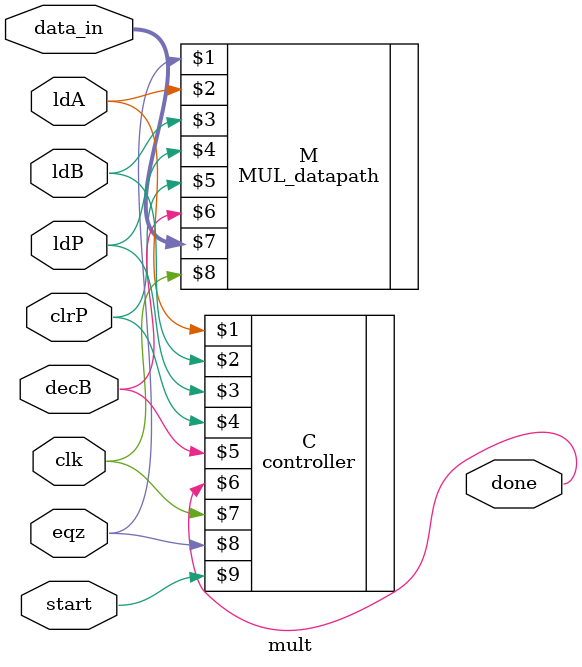
<source format=v>
module mult(eqz, ldA, ldB, ldP, clrP, decB, data_in, clk, done, start);
inout eqz;
inout reg ldA, ldB, ldP, clrP, decB;
input clk, start;
input [15:0]data_in;
output reg done;

controller C(ldA, ldB, ldP, clrP, decB, done, clk, eqz, start);
MUL_datapath M(eqz, ldA, ldB, ldP, clrP, decB, data_in, clk);

endmodule


</source>
